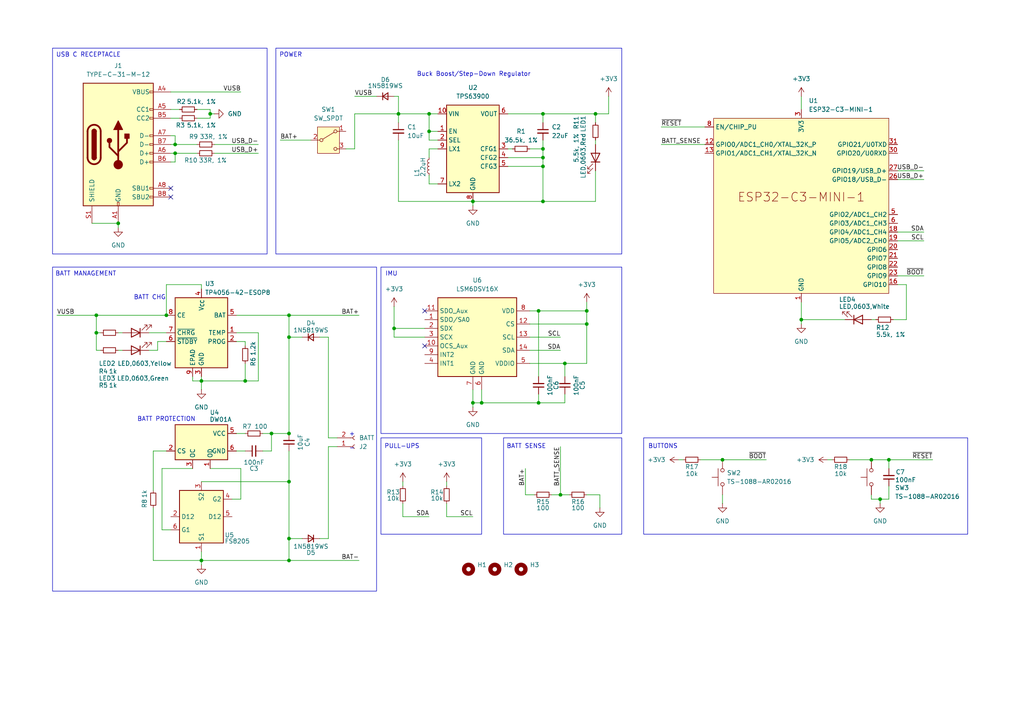
<source format=kicad_sch>
(kicad_sch (version 20250114) (generator "eeschema") (generator_version "9.0")
  (paper "A4")
  (lib_symbols
    (symbol "Battery_Management:DW01A"
      (property "Reference" "U" (at -6.604 6.35 0))
      (property "Value" "DW01A" (at 4.318 6.604 0))
      (symbol "DW01A_0_1"
        (pin power_in line (at -10.16 2.54 0) (length 2.54) (name "VCC") (number "5"))
        (pin power_in line (at -10.16 -2.54 0) (length 2.54) (name "GND") (number "6"))
        (pin output line (at -2.54 -7.62 90) (length 2.54) (name "OD") (number "1"))
        (pin output line (at 2.54 -7.62 90) (length 2.54) (name "OC") (number "3"))
        (pin input line (at 10.16 -2.54 180) (length 2.54) (name "CS") (number "2"))
      )
      (symbol "DW01A_1_1"
        (rectangle (start -7.62 5.08) (end 7.62 -5.08) (stroke (width 0.254)) (fill (type background)))
        (pin no_connect line (at 10.16 2.54 180) (length 2.54) (hide yes) (name "TD") (number "4"))
      )
    )
    (symbol "Battery_Management:TP4056-42-ESOP8"
      (property "Reference" "U" (at -6.604 11.684 0))
      (property "Value" "TP4056-42-ESOP8" (at 10.16 11.684 0))
      (symbol "TP4056-42-ESOP8_1_0"
        (pin input line (at -10.16 5.08 0) (length 2.54) (name "CE") (number "8"))
        (pin open_collector line (at -10.16 0 0) (length 2.54) (name "~{CHRG}") (number "7"))
        (pin open_collector line (at -10.16 -2.54 0) (length 2.54) (name "~{STDBY}") (number "6"))
        (pin passive line (at -2.54 -12.7 90) (length 2.54) (name "EPAD") (number "9"))
        (pin power_in line (at 0 12.7 270) (length 2.54) (name "V_{CC}") (number "4"))
        (pin power_in line (at 0 -12.7 90) (length 2.54) (name "GND") (number "3"))
        (pin power_out line (at 10.16 5.08 180) (length 2.54) (name "BAT") (number "5"))
        (pin input line (at 10.16 0 180) (length 2.54) (name "TEMP") (number "1"))
        (pin passive line (at 10.16 -2.54 180) (length 2.54) (name "PROG") (number "2"))
      )
      (symbol "TP4056-42-ESOP8_1_1"
        (rectangle (start -7.62 10.16) (end 7.62 -10.16) (stroke (width 0.254)) (fill (type background)))
      )
    )
    (symbol "Connector:Conn_01x02_Socket" (pin_names (offset 1.016) (hide yes))
      (property "Reference" "J" (at 0 2.54 0))
      (property "Value" "Conn_01x02_Socket" (at 0 -5.08 0))
      (symbol "Conn_01x02_Socket_1_1"
        (polyline (pts (xy -1.27 0) (xy -0.508 0)) (stroke (width 0.1524)))
        (polyline (pts (xy -1.27 -2.54) (xy -0.508 -2.54)) (stroke (width 0.1524)))
        (arc (start 0 -0.508) (mid -0.5058 0) (end 0 0.508) (stroke (width 0.1524)))
        (arc (start 0 -3.048) (mid -0.5058 -2.54) (end 0 -2.032) (stroke (width 0.1524)))
        (pin passive line (at -5.08 0 0) (length 3.81) (name "Pin_1") (number "1"))
        (pin passive line (at -5.08 -2.54 0) (length 3.81) (name "Pin_2") (number "2"))
      )
    )
    (symbol "Connector:USB_C_Receptacle_USB2.0_16P" (pin_names (offset 1.016))
      (property "Reference" "J" (at 0 22.225 0))
      (property "Value" "USB_C_Receptacle_USB2.0_16P" (at 0 19.685 0))
      (symbol "USB_C_Receptacle_USB2.0_16P_0_0"
        (rectangle (start -0.254 -17.78) (end 0.254 -16.764))
        (rectangle (start 10.16 15.494) (end 9.144 14.986))
        (rectangle (start 10.16 10.414) (end 9.144 9.906))
        (rectangle (start 10.16 7.874) (end 9.144 7.366))
        (rectangle (start 10.16 2.794) (end 9.144 2.286))
        (rectangle (start 10.16 0.254) (end 9.144 -0.254))
        (rectangle (start 10.16 -2.286) (end 9.144 -2.794))
        (rectangle (start 10.16 -4.826) (end 9.144 -5.334))
        (rectangle (start 10.16 -12.446) (end 9.144 -12.954))
        (rectangle (start 10.16 -14.986) (end 9.144 -15.494))
      )
      (symbol "USB_C_Receptacle_USB2.0_16P_0_1"
        (rectangle (start -10.16 17.78) (end 10.16 -17.78) (stroke (width 0.254)) (fill (type background)))
        (polyline (pts (xy -8.89 -3.81) (xy -8.89 3.81)) (stroke (width 0.508)))
        (rectangle (start -7.62 -3.81) (end -6.35 3.81) (stroke (width 0.254)) (fill (type outline)))
        (arc (start -7.62 3.81) (mid -6.985 4.4423) (end -6.35 3.81) (stroke (width 0.254)))
        (arc (start -7.62 3.81) (mid -6.985 4.4423) (end -6.35 3.81) (stroke (width 0.254)) (fill (type outline)))
        (arc (start -8.89 3.81) (mid -6.985 5.7067) (end -5.08 3.81) (stroke (width 0.508)))
        (arc (start -5.08 -3.81) (mid -6.985 -5.7067) (end -8.89 -3.81) (stroke (width 0.508)))
        (arc (start -6.35 -3.81) (mid -6.985 -4.4423) (end -7.62 -3.81) (stroke (width 0.254)))
        (arc (start -6.35 -3.81) (mid -6.985 -4.4423) (end -7.62 -3.81) (stroke (width 0.254)) (fill (type outline)))
        (polyline (pts (xy -5.08 3.81) (xy -5.08 -3.81)) (stroke (width 0.508)))
        (circle (center -2.54 1.143) (radius 0.635) (stroke (width 0.254)) (fill (type outline)))
        (polyline (pts (xy -1.27 4.318) (xy 0 6.858) (xy 1.27 4.318) (xy -1.27 4.318)) (stroke (width 0.254)) (fill (type outline)))
        (polyline (pts (xy 0 -2.032) (xy 2.54 0.508) (xy 2.54 1.778)) (stroke (width 0.508)))
        (polyline (pts (xy 0 -3.302) (xy -2.54 -0.762) (xy -2.54 0.508)) (stroke (width 0.508)))
        (polyline (pts (xy 0 -5.842) (xy 0 4.318)) (stroke (width 0.508)))
        (circle (center 0 -5.842) (radius 1.27) (fill (type outline)))
        (rectangle (start 1.905 1.778) (end 3.175 3.048) (stroke (width 0.254)) (fill (type outline)))
      )
      (symbol "USB_C_Receptacle_USB2.0_16P_1_1"
        (pin passive line (at -7.62 -22.86 90) (length 5.08) (name "SHIELD") (number "S1"))
        (pin passive line (at 0 -22.86 90) (length 5.08) (name "GND") (number "A1"))
        (pin passive line (at 0 -22.86 90) (length 5.08) (hide yes) (name "GND") (number "A12"))
        (pin passive line (at 0 -22.86 90) (length 5.08) (hide yes) (name "GND") (number "B1"))
        (pin passive line (at 0 -22.86 90) (length 5.08) (hide yes) (name "GND") (number "B12"))
        (pin passive line (at 15.24 15.24 180) (length 5.08) (name "VBUS") (number "A4"))
        (pin passive line (at 15.24 15.24 180) (length 5.08) (hide yes) (name "VBUS") (number "A9"))
        (pin passive line (at 15.24 15.24 180) (length 5.08) (hide yes) (name "VBUS") (number "B4"))
        (pin passive line (at 15.24 15.24 180) (length 5.08) (hide yes) (name "VBUS") (number "B9"))
        (pin bidirectional line (at 15.24 10.16 180) (length 5.08) (name "CC1") (number "A5"))
        (pin bidirectional line (at 15.24 7.62 180) (length 5.08) (name "CC2") (number "B5"))
        (pin bidirectional line (at 15.24 2.54 180) (length 5.08) (name "D-") (number "A7"))
        (pin bidirectional line (at 15.24 0 180) (length 5.08) (name "D-") (number "B7"))
        (pin bidirectional line (at 15.24 -2.54 180) (length 5.08) (name "D+") (number "A6"))
        (pin bidirectional line (at 15.24 -5.08 180) (length 5.08) (name "D+") (number "B6"))
        (pin bidirectional line (at 15.24 -12.7 180) (length 5.08) (name "SBU1") (number "A8"))
        (pin bidirectional line (at 15.24 -15.24 180) (length 5.08) (name "SBU2") (number "B8"))
      )
    )
    (symbol "Device:C_Small" (pin_numbers (hide yes)) (pin_names (offset 0.254) (hide yes))
      (property "Reference" "C" (at 0.254 1.778 0))
      (property "Value" "C_Small" (at 0.254 -2.032 0))
      (symbol "C_Small_0_1"
        (polyline (pts (xy -1.524 0.508) (xy 1.524 0.508)) (stroke (width 0.3048)))
        (polyline (pts (xy -1.524 -0.508) (xy 1.524 -0.508)) (stroke (width 0.3302)))
      )
      (symbol "C_Small_1_1"
        (pin passive line (at 0 2.54 270) (length 2.032) (name "~") (number "1"))
        (pin passive line (at 0 -2.54 90) (length 2.032) (name "~") (number "2"))
      )
    )
    (symbol "Device:D_Small" (pin_numbers (hide yes)) (pin_names (offset 0.254) (hide yes))
      (property "Reference" "D" (at -1.27 2.032 0))
      (property "Value" "D_Small" (at -3.81 -2.032 0))
      (symbol "D_Small_0_1"
        (polyline (pts (xy -0.762 0) (xy 0.762 0)))
        (polyline (pts (xy -0.762 -1.016) (xy -0.762 1.016)) (stroke (width 0.254)))
        (polyline (pts (xy 0.762 -1.016) (xy -0.762 0) (xy 0.762 1.016) (xy 0.762 -1.016)) (stroke (width 0.254)))
      )
      (symbol "D_Small_1_1"
        (pin passive line (at -2.54 0 0) (length 1.778) (name "K") (number "1"))
        (pin passive line (at 2.54 0 180) (length 1.778) (name "A") (number "2"))
      )
    )
    (symbol "Device:LED" (pin_numbers (hide yes)) (pin_names (offset 1.016) (hide yes))
      (property "Reference" "D" (at 0 2.54 0))
      (property "Value" "LED" (at 0 -2.54 0))
      (symbol "LED_0_1"
        (polyline (pts (xy -3.048 -0.762) (xy -4.572 -2.286) (xy -3.81 -2.286) (xy -4.572 -2.286) (xy -4.572 -1.524)))
        (polyline (pts (xy -1.778 -0.762) (xy -3.302 -2.286) (xy -2.54 -2.286) (xy -3.302 -2.286) (xy -3.302 -1.524)))
        (polyline (pts (xy -1.27 0) (xy 1.27 0)))
        (polyline (pts (xy -1.27 -1.27) (xy -1.27 1.27)) (stroke (width 0.254)))
        (polyline (pts (xy 1.27 -1.27) (xy 1.27 1.27) (xy -1.27 0) (xy 1.27 -1.27)) (stroke (width 0.254)))
      )
      (symbol "LED_1_1"
        (pin passive line (at -3.81 0 0) (length 2.54) (name "K") (number "1"))
        (pin passive line (at 3.81 0 180) (length 2.54) (name "A") (number "2"))
      )
    )
    (symbol "Device:L_Small" (pin_numbers (hide yes)) (pin_names (offset 0.254) (hide yes))
      (property "Reference" "L" (at 0.762 1.016 0))
      (property "Value" "L_Small" (at 0.762 -1.016 0))
      (symbol "L_Small_0_1"
        (arc (start 0 2.032) (mid 0.5058 1.524) (end 0 1.016))
        (arc (start 0 1.016) (mid 0.5058 0.508) (end 0 0))
        (arc (start 0 0) (mid 0.5058 -0.508) (end 0 -1.016))
        (arc (start 0 -1.016) (mid 0.5058 -1.524) (end 0 -2.032))
      )
      (symbol "L_Small_1_1"
        (pin passive line (at 0 2.54 270) (length 0.508) (name "~") (number "1"))
        (pin passive line (at 0 -2.54 90) (length 0.508) (name "~") (number "2"))
      )
    )
    (symbol "Device:R_Small" (pin_numbers (hide yes)) (pin_names (offset 0.254) (hide yes))
      (property "Reference" "R" (at 0.762 0.508 0))
      (property "Value" "R_Small" (at 0.762 -1.016 0))
      (symbol "R_Small_0_1"
        (rectangle (start -0.762 1.778) (end 0.762 -1.778) (stroke (width 0.2032)))
      )
      (symbol "R_Small_1_1"
        (pin passive line (at 0 2.54 270) (length 0.762) (name "~") (number "1"))
        (pin passive line (at 0 -2.54 90) (length 0.762) (name "~") (number "2"))
      )
    )
    (symbol "Espressif:ESP32-C3-MINI-1"
      (property "Reference" "U" (at -25.4 30.48 0))
      (property "Value" "ESP32-C3-MINI-1" (at -25.4 27.94 0))
      (symbol "ESP32-C3-MINI-1_0_0"
        (text "ESP32-C3-MINI-1" (at 0 2.54 0) (effects (font (size 2.54 2.54))))
      )
      (symbol "ESP32-C3-MINI-1_0_1"
        (rectangle (start -25.4 25.4) (end 25.4 -25.4) (fill (type background)))
      )
      (symbol "ESP32-C3-MINI-1_1_1"
        (pin input line (at -27.94 22.86 0) (length 2.54) (name "EN/CHIP_PU") (number "8"))
        (pin bidirectional line (at -27.94 17.78 0) (length 2.54) (name "GPIO0/ADC1_CH0/XTAL_32K_P") (number "12"))
        (pin bidirectional line (at -27.94 15.24 0) (length 2.54) (name "GPIO1/ADC1_CH1/XTAL_32K_N") (number "13"))
        (pin no_connect line (at -25.4 10.16 0) (length 2.54) (hide yes) (name "NC") (number "4"))
        (pin no_connect line (at -25.4 7.62 0) (length 2.54) (hide yes) (name "NC") (number "7"))
        (pin no_connect line (at -25.4 5.08 0) (length 2.54) (hide yes) (name "NC") (number "9"))
        (pin no_connect line (at -25.4 2.54 0) (length 2.54) (hide yes) (name "NC") (number "10"))
        (pin no_connect line (at -25.4 0 0) (length 2.54) (hide yes) (name "NC") (number "15"))
        (pin no_connect line (at -25.4 -2.54 0) (length 2.54) (hide yes) (name "NC") (number "17"))
        (pin no_connect line (at -25.4 -5.08 0) (length 2.54) (hide yes) (name "NC") (number "24"))
        (pin no_connect line (at -25.4 -7.62 0) (length 2.54) (hide yes) (name "NC") (number "25"))
        (pin no_connect line (at -25.4 -10.16 0) (length 2.54) (hide yes) (name "NC") (number "28"))
        (pin no_connect line (at -25.4 -12.7 0) (length 2.54) (hide yes) (name "NC") (number "29"))
        (pin no_connect line (at -25.4 -15.24 0) (length 2.54) (hide yes) (name "NC") (number "32"))
        (pin no_connect line (at -25.4 -17.78 0) (length 2.54) (hide yes) (name "NC") (number "33"))
        (pin no_connect line (at -25.4 -20.32 0) (length 2.54) (hide yes) (name "NC") (number "34"))
        (pin no_connect line (at -25.4 -22.86 0) (length 2.54) (hide yes) (name "NC") (number "35"))
        (pin power_in line (at 0 27.94 270) (length 2.54) (name "3V3") (number "3"))
        (pin power_in line (at 0 -27.94 90) (length 2.54) (name "GND") (number "1"))
        (pin passive line (at 0 -27.94 90) (length 2.54) (hide yes) (name "GND") (number "11"))
        (pin passive line (at 0 -27.94 90) (length 2.54) (hide yes) (name "GND") (number "14"))
        (pin passive line (at 0 -27.94 90) (length 2.54) (hide yes) (name "GND") (number "2"))
        (pin passive line (at 0 -27.94 90) (length 2.54) (hide yes) (name "GND") (number "36"))
        (pin passive line (at 0 -27.94 90) (length 2.54) (hide yes) (name "GND") (number "37"))
        (pin passive line (at 0 -27.94 90) (length 2.54) (hide yes) (name "GND") (number "38"))
        (pin passive line (at 0 -27.94 90) (length 2.54) (hide yes) (name "GND") (number "39"))
        (pin passive line (at 0 -27.94 90) (length 2.54) (hide yes) (name "GND") (number "40"))
        (pin passive line (at 0 -27.94 90) (length 2.54) (hide yes) (name "GND") (number "41"))
        (pin passive line (at 0 -27.94 90) (length 2.54) (hide yes) (name "GND") (number "42"))
        (pin passive line (at 0 -27.94 90) (length 2.54) (hide yes) (name "GND") (number "43"))
        (pin passive line (at 0 -27.94 90) (length 2.54) (hide yes) (name "GND") (number "44"))
        (pin passive line (at 0 -27.94 90) (length 2.54) (hide yes) (name "GND") (number "45"))
        (pin passive line (at 0 -27.94 90) (length 2.54) (hide yes) (name "GND") (number "46"))
        (pin passive line (at 0 -27.94 90) (length 2.54) (hide yes) (name "GND") (number "47"))
        (pin passive line (at 0 -27.94 90) (length 2.54) (hide yes) (name "GND") (number "48"))
        (pin passive line (at 0 -27.94 90) (length 2.54) (hide yes) (name "GND") (number "49"))
        (pin passive line (at 0 -27.94 90) (length 2.54) (hide yes) (name "GND") (number "50"))
        (pin passive line (at 0 -27.94 90) (length 2.54) (hide yes) (name "GND") (number "51"))
        (pin passive line (at 0 -27.94 90) (length 2.54) (hide yes) (name "GND") (number "52"))
        (pin passive line (at 0 -27.94 90) (length 2.54) (hide yes) (name "GND") (number "53"))
        (pin bidirectional line (at 27.94 17.78 180) (length 2.54) (name "GPIO21/U0TXD") (number "31"))
        (pin bidirectional line (at 27.94 15.24 180) (length 2.54) (name "GPIO20/U0RXD") (number "30"))
        (pin bidirectional line (at 27.94 10.16 180) (length 2.54) (name "GPIO19/USB_D+") (number "27"))
        (pin bidirectional line (at 27.94 7.62 180) (length 2.54) (name "GPIO18/USB_D-") (number "26"))
        (pin bidirectional line (at 27.94 -2.54 180) (length 2.54) (name "GPIO2/ADC1_CH2") (number "5"))
        (pin bidirectional line (at 27.94 -5.08 180) (length 2.54) (name "GPIO3/ADC1_CH3") (number "6"))
        (pin bidirectional line (at 27.94 -7.62 180) (length 2.54) (name "GPIO4/ADC1_CH4") (number "18"))
        (pin bidirectional line (at 27.94 -10.16 180) (length 2.54) (name "GPIO5/ADC2_CH0") (number "19"))
        (pin bidirectional line (at 27.94 -12.7 180) (length 2.54) (name "GPIO6") (number "20"))
        (pin bidirectional line (at 27.94 -15.24 180) (length 2.54) (name "GPIO7") (number "21"))
        (pin bidirectional line (at 27.94 -17.78 180) (length 2.54) (name "GPIO8") (number "22"))
        (pin bidirectional line (at 27.94 -20.32 180) (length 2.54) (name "GPIO9") (number "23"))
        (pin bidirectional line (at 27.94 -22.86 180) (length 2.54) (name "GPIO10") (number "16"))
      )
    )
    (symbol "Mechanical:MountingHole" (pin_names (offset 1.016)) (exclude_from_sim yes) (in_bom no)
      (property "Reference" "H" (at 0 5.08 0))
      (property "Value" "MountingHole" (at 0 3.175 0))
      (symbol "MountingHole_0_1"
        (circle (center 0 0) (radius 1.27) (stroke (width 1.27)))
      )
    )
    (symbol "Regulator_Switching:TPS63900"
      (property "Reference" "U" (at -7.62 13.97 0))
      (property "Value" "TPS63900" (at 5.08 13.97 0))
      (symbol "TPS63900_0_1"
        (rectangle (start -7.62 12.7) (end 7.62 -12.7) (stroke (width 0.254)) (fill (type background)))
      )
      (symbol "TPS63900_1_1"
        (pin power_in line (at -10.16 10.16 0) (length 2.54) (name "VIN") (number "10"))
        (pin input line (at -10.16 5.08 0) (length 2.54) (name "EN") (number "1"))
        (pin input line (at -10.16 2.54 0) (length 2.54) (name "SEL") (number "2"))
        (pin input line (at -10.16 0 0) (length 2.54) (name "LX1") (number "9"))
        (pin input line (at -10.16 -10.16 0) (length 2.54) (name "LX2") (number "7"))
        (pin passive line (at 0 -15.24 90) (length 2.54) (hide yes) (name "GND") (number "11"))
        (pin power_in line (at 0 -15.24 90) (length 2.54) (name "GND") (number "8"))
        (pin power_out line (at 10.16 10.16 180) (length 2.54) (name "VOUT") (number "6"))
        (pin input line (at 10.16 0 180) (length 2.54) (name "CFG1") (number "3"))
        (pin input line (at 10.16 -2.54 180) (length 2.54) (name "CFG2") (number "4"))
        (pin input line (at 10.16 -5.08 180) (length 2.54) (name "CFG3") (number "5"))
      )
    )
    (symbol "Switch:SW_Push" (pin_numbers (hide yes)) (pin_names (offset 1.016) (hide yes))
      (property "Reference" "SW" (at 1.27 2.54 0))
      (property "Value" "SW_Push" (at 0 -1.524 0))
      (symbol "SW_Push_0_1"
        (circle (center -2.032 0) (radius 0.508))
        (polyline (pts (xy 0 1.27) (xy 0 3.048)))
        (circle (center 2.032 0) (radius 0.508))
        (polyline (pts (xy 2.54 1.27) (xy -2.54 1.27)))
        (pin passive line (at -5.08 0 0) (length 2.54) (name "1") (number "1"))
        (pin passive line (at 5.08 0 180) (length 2.54) (name "2") (number "2"))
      )
    )
    (symbol "Switch:SW_SPDT" (pin_names (offset 0) (hide yes))
      (property "Reference" "SW" (at 0 5.08 0))
      (property "Value" "SW_SPDT" (at 0 -5.08 0))
      (symbol "SW_SPDT_0_1"
        (circle (center -2.032 0) (radius 0.4572))
        (polyline (pts (xy -1.651 0.254) (xy 1.651 2.286)))
        (circle (center 2.032 2.54) (radius 0.4572))
        (circle (center 2.032 -2.54) (radius 0.4572))
      )
      (symbol "SW_SPDT_1_1"
        (rectangle (start -3.175 3.81) (end 3.175 -3.81) (fill (type background)))
        (pin passive line (at -5.08 0 0) (length 2.54) (name "B") (number "2"))
        (pin passive line (at 5.08 2.54 180) (length 2.54) (name "A") (number "1"))
        (pin passive line (at 5.08 -2.54 180) (length 2.54) (name "C") (number "3"))
      )
    )
    (symbol "hotdoggu_smolSlimeVR:FS8205"
      (property "Reference" "U" (at -7.62 8.89 0))
      (property "Value" "FS8205" (at -3.556 1.27 0))
      (symbol "FS8205_0_1"
        (rectangle (start -7.62 7.62) (end 7.62 -5.08) (stroke (width 0.254)) (fill (type background)))
      )
      (symbol "FS8205_1_1"
        (pin power_in line (at -10.16 1.27 0) (length 2.54) (name "S1") (number "1"))
        (pin input line (at -3.81 10.16 270) (length 2.54) (name "G1") (number "6"))
        (pin power_out line (at 0 10.16 270) (length 2.54) (name "D12") (number "2"))
        (pin power_out line (at 0 -7.62 90) (length 2.54) (name "D12") (number "5"))
        (pin input line (at 5.08 -7.62 90) (length 2.54) (name "G2") (number "4"))
        (pin power_in line (at 10.16 1.27 180) (length 2.54) (name "S2") (number "3"))
      )
    )
    (symbol "hotdoggu_smolSlimeVR:LSM6DSV16X"
      (property "Reference" "U" (at -11.43 15.24 0))
      (property "Value" "LSM6DSV16X" (at -11.43 12.7 0))
      (symbol "LSM6DSV16X_0_1"
        (rectangle (start -11.43 11.43) (end 11.43 -11.43) (stroke (width 0.254)) (fill (type background)))
      )
      (symbol "LSM6DSV16X_1_1"
        (pin bidirectional line (at -15.24 7.62 0) (length 3.81) (name "SDO_Aux") (number "11"))
        (pin bidirectional line (at -15.24 5.08 0) (length 3.81) (name "SDO/SA0") (number "1"))
        (pin bidirectional line (at -15.24 2.54 0) (length 3.81) (name "SDX") (number "2"))
        (pin input line (at -15.24 0 0) (length 3.81) (name "SCX") (number "3"))
        (pin passive line (at -15.24 -2.54 0) (length 3.81) (name "OCS_Aux") (number "10"))
        (pin output line (at -15.24 -5.08 0) (length 3.81) (name "INT2") (number "9"))
        (pin output line (at -15.24 -7.62 0) (length 3.81) (name "INT1") (number "4"))
        (pin passive line (at -1.27 -15.24 90) (length 3.81) (name "GND") (number "7"))
        (pin power_in line (at 1.27 -15.24 90) (length 3.81) (name "GND") (number "6"))
        (pin power_in line (at 15.24 7.62 180) (length 3.81) (name "VDD") (number "8"))
        (pin input line (at 15.24 3.81 180) (length 3.81) (name "CS") (number "12"))
        (pin input line (at 15.24 0 180) (length 3.81) (name "SCL") (number "13"))
        (pin bidirectional line (at 15.24 -3.81 180) (length 3.81) (name "SDA") (number "14"))
        (pin power_in line (at 15.24 -7.62 180) (length 3.81) (name "VDDIO") (number "5"))
      )
    )
    (symbol "power:+3V3" (power) (pin_numbers (hide yes)) (pin_names (offset 0) (hide yes))
      (property "Value" "+3V3" (at 0 3.556 0))
      (symbol "+3V3_0_1"
        (polyline (pts (xy -0.762 1.27) (xy 0 2.54)))
        (polyline (pts (xy 0 2.54) (xy 0.762 1.27)))
        (polyline (pts (xy 0 0) (xy 0 2.54)))
      )
      (symbol "+3V3_1_1"
        (pin power_in line (at 0 0 90) (length 0) (name "~") (number "1"))
      )
    )
    (symbol "power:GND" (power) (pin_numbers (hide yes)) (pin_names (offset 0) (hide yes))
      (property "Value" "GND" (at 0 -3.81 0))
      (symbol "GND_0_1"
        (polyline (pts (xy 0 0) (xy 0 -1.27) (xy 1.27 -1.27) (xy 0 -2.54) (xy -1.27 -1.27) (xy 0 -1.27)))
      )
      (symbol "GND_1_1"
        (pin power_in line (at 0 0 270) (length 0) (name "~") (number "1"))
      )
    )
  )
  (rectangle (start 80.01 13.97) (end 180.34 73.66))
  (rectangle (start 186.69 127) (end 280.67 154.94))
  (rectangle (start 15.24 13.97) (end 77.47 73.66))
  (rectangle (start 110.49 77.47) (end 180.34 125.73))
  (rectangle (start 15.24 77.47) (end 109.22 171.45))
  (rectangle (start 110.49 127) (end 139.7 154.94))
  (rectangle (start 146.05 127) (end 180.34 154.94))
  (text "BATT PROTECTION" (at 48.26 121.666 0) (effects (font (size 1.27 1.27))))
  (text "USB C RECEPTACLE" (at 25.654 16.002 0) (effects (font (size 1.27 1.27))))
  (text "BATT CHG\n" (at 43.434 86.36 0) (effects (font (size 1.27 1.27))))
  (text "IMU" (at 113.538 79.502 0) (effects (font (size 1.27 1.27))))
  (text "POWER" (at 84.328 16.002 0) (effects (font (size 1.27 1.27))))
  (text "BUTTONS" (at 192.278 129.54 0) (effects (font (size 1.27 1.27))))
  (text "PULL-UPS" (at 116.586 129.54 0) (effects (font (size 1.27 1.27))))
  (text "Buck Boost/Step-Down Regulator" (at 137.414 21.59 0) (effects (font (size 1.27 1.27))))
  (text "+\n\n-" (at 102.108 128.016 0) (effects (font (size 1.27 1.27))))
  (text "BATT MANAGEMENT" (at 24.892 79.502 0) (effects (font (size 1.27 1.27))))
  (text "BATT SENSE" (at 152.654 129.54 0) (effects (font (size 1.27 1.27))))
  (junction (at 50.8 41.91))
  (junction (at 139.7 116.84))
  (junction (at 170.18 93.98))
  (junction (at 34.29 64.77))
  (junction (at 83.82 156.21))
  (junction (at 83.82 125.73))
  (junction (at 83.82 139.7))
  (junction (at 27.94 91.44))
  (junction (at 83.82 97.79))
  (junction (at 58.42 162.56))
  (junction (at 71.12 110.49))
  (junction (at 157.48 48.26))
  (junction (at 209.55 133.35))
  (junction (at 124.46 38.1))
  (junction (at 170.18 90.17))
  (junction (at 156.21 116.84))
  (junction (at 137.16 116.84))
  (junction (at 50.8 44.45))
  (junction (at 157.48 58.42))
  (junction (at 124.46 33.02))
  (junction (at 257.81 133.35))
  (junction (at 83.82 162.56))
  (junction (at 78.74 125.73))
  (junction (at 157.48 45.72))
  (junction (at 252.73 133.35))
  (junction (at 137.16 58.42))
  (junction (at 114.3 95.25))
  (junction (at 232.41 92.71))
  (junction (at 83.82 91.44))
  (junction (at 60.96 33.02))
  (junction (at 255.27 144.78))
  (junction (at 58.42 110.49))
  (junction (at 157.48 43.18))
  (junction (at 157.48 33.02))
  (junction (at 48.26 91.44))
  (junction (at 163.83 105.41))
  (junction (at 172.72 33.02))
  (junction (at 115.57 33.02))
  (junction (at 27.94 96.52))
  (junction (at 162.56 143.51))
  (junction (at 156.21 90.17))
  (no_connect (at 123.19 100.33))
  (no_connect (at 123.19 90.17))
  (no_connect (at 49.53 57.15))
  (no_connect (at 49.53 54.61))
  (wire (pts (xy 68.58 99.06) (xy 71.12 99.06)))
  (wire (pts (xy 153.67 43.18) (xy 157.48 43.18)))
  (wire (pts (xy 115.57 58.42) (xy 137.16 58.42)))
  (wire (pts (xy 162.56 97.79) (xy 153.67 97.79)))
  (wire (pts (xy 16.51 91.44) (xy 27.94 91.44)))
  (wire (pts (xy 34.29 96.52) (xy 35.56 96.52)))
  (wire (pts (xy 153.67 105.41) (xy 163.83 105.41)))
  (wire (pts (xy 157.48 33.02) (xy 172.72 33.02)))
  (wire (pts (xy 129.54 139.7) (xy 129.54 140.97)))
  (wire (pts (xy 162.56 101.6) (xy 153.67 101.6)))
  (wire (pts (xy 49.53 44.45) (xy 50.8 44.45)))
  (wire (pts (xy 137.16 149.86) (xy 129.54 149.86)))
  (wire (pts (xy 45.72 99.06) (xy 48.26 99.06)))
  (wire (pts (xy 170.18 93.98) (xy 170.18 105.41)))
  (wire (pts (xy 137.16 113.03) (xy 137.16 116.84)))
  (wire (pts (xy 163.83 116.84) (xy 163.83 114.3)))
  (wire (pts (xy 71.12 110.49) (xy 74.93 110.49)))
  (wire (pts (xy 76.2 130.81) (xy 78.74 130.81)))
  (wire (pts (xy 71.12 105.41) (xy 71.12 110.49)))
  (wire (pts (xy 116.84 139.7) (xy 116.84 140.97)))
  (wire (pts (xy 44.45 130.81) (xy 44.45 142.24)))
  (wire (pts (xy 50.8 44.45) (xy 57.15 44.45)))
  (wire (pts (xy 156.21 90.17) (xy 156.21 109.22)))
  (wire (pts (xy 260.35 67.31) (xy 267.97 67.31)))
  (wire (pts (xy 57.15 31.75) (xy 60.96 31.75)))
  (wire (pts (xy 50.8 44.45) (xy 50.8 46.99)))
  (wire (pts (xy 115.57 33.02) (xy 115.57 35.56)))
  (wire (pts (xy 60.96 135.89) (xy 69.85 135.89)))
  (wire (pts (xy 162.56 143.51) (xy 165.1 143.51)))
  (wire (pts (xy 156.21 116.84) (xy 156.21 114.3)))
  (wire (pts (xy 71.12 110.49) (xy 58.42 110.49)))
  (wire (pts (xy 83.82 156.21) (xy 83.82 162.56)))
  (wire (pts (xy 173.99 147.32) (xy 173.99 143.51)))
  (wire (pts (xy 260.35 69.85) (xy 267.97 69.85)))
  (wire (pts (xy 124.46 43.18) (xy 127 43.18)))
  (wire (pts (xy 255.27 144.78) (xy 257.81 144.78)))
  (wire (pts (xy 137.16 116.84) (xy 139.7 116.84)))
  (wire (pts (xy 50.8 41.91) (xy 57.15 41.91)))
  (wire (pts (xy 50.8 46.99) (xy 49.53 46.99)))
  (wire (pts (xy 252.73 92.71) (xy 254 92.71)))
  (wire (pts (xy 147.32 33.02) (xy 157.48 33.02)))
  (wire (pts (xy 104.14 162.56) (xy 83.82 162.56)))
  (wire (pts (xy 55.88 110.49) (xy 58.42 110.49)))
  (wire (pts (xy 260.35 52.07) (xy 267.97 52.07)))
  (wire (pts (xy 58.42 82.55) (xy 48.26 82.55)))
  (wire (pts (xy 69.85 135.89) (xy 69.85 144.78)))
  (wire (pts (xy 252.73 144.78) (xy 252.73 143.51)))
  (wire (pts (xy 147.32 45.72) (xy 157.48 45.72)))
  (wire (pts (xy 170.18 90.17) (xy 170.18 93.98)))
  (wire (pts (xy 147.32 48.26) (xy 157.48 48.26)))
  (wire (pts (xy 232.41 87.63) (xy 232.41 92.71)))
  (wire (pts (xy 124.46 53.34) (xy 127 53.34)))
  (wire (pts (xy 252.73 133.35) (xy 257.81 133.35)))
  (wire (pts (xy 137.16 116.84) (xy 137.16 118.11)))
  (wire (pts (xy 124.46 149.86) (xy 116.84 149.86)))
  (wire (pts (xy 124.46 33.02) (xy 124.46 38.1)))
  (wire (pts (xy 232.41 27.94) (xy 232.41 31.75)))
  (wire (pts (xy 191.77 36.83) (xy 204.47 36.83)))
  (wire (pts (xy 157.48 33.02) (xy 157.48 35.56)))
  (wire (pts (xy 115.57 33.02) (xy 124.46 33.02)))
  (wire (pts (xy 83.82 156.21) (xy 87.63 156.21)))
  (wire (pts (xy 92.71 156.21) (xy 95.25 156.21)))
  (wire (pts (xy 116.84 149.86) (xy 116.84 146.05)))
  (wire (pts (xy 123.19 97.79) (xy 114.3 97.79)))
  (wire (pts (xy 260.35 80.01) (xy 267.97 80.01)))
  (wire (pts (xy 71.12 99.06) (xy 71.12 100.33)))
  (wire (pts (xy 34.29 101.6) (xy 35.56 101.6)))
  (wire (pts (xy 257.81 133.35) (xy 270.51 133.35)))
  (wire (pts (xy 68.58 125.73) (xy 71.12 125.73)))
  (wire (pts (xy 196.85 133.35) (xy 198.12 133.35)))
  (wire (pts (xy 81.28 40.64) (xy 90.17 40.64)))
  (wire (pts (xy 191.77 41.91) (xy 204.47 41.91)))
  (wire (pts (xy 124.46 38.1) (xy 124.46 40.64)))
  (wire (pts (xy 78.74 125.73) (xy 83.82 125.73)))
  (wire (pts (xy 83.82 97.79) (xy 83.82 125.73)))
  (wire (pts (xy 157.48 43.18) (xy 157.48 45.72)))
  (wire (pts (xy 104.14 91.44) (xy 83.82 91.44)))
  (wire (pts (xy 60.96 31.75) (xy 60.96 33.02)))
  (wire (pts (xy 92.71 97.79) (xy 95.25 97.79)))
  (wire (pts (xy 58.42 162.56) (xy 83.82 162.56)))
  (wire (pts (xy 44.45 130.81) (xy 48.26 130.81)))
  (wire (pts (xy 45.72 99.06) (xy 45.72 101.6)))
  (wire (pts (xy 27.94 91.44) (xy 48.26 91.44)))
  (wire (pts (xy 58.42 110.49) (xy 58.42 109.22)))
  (wire (pts (xy 46.99 135.89) (xy 55.88 135.89)))
  (wire (pts (xy 48.26 82.55) (xy 48.26 91.44)))
  (wire (pts (xy 260.35 49.53) (xy 267.97 49.53)))
  (wire (pts (xy 262.89 92.71) (xy 259.08 92.71)))
  (wire (pts (xy 170.18 105.41) (xy 163.83 105.41)))
  (wire (pts (xy 172.72 58.42) (xy 157.48 58.42)))
  (wire (pts (xy 163.83 105.41) (xy 163.83 109.22)))
  (wire (pts (xy 157.48 48.26) (xy 157.48 58.42)))
  (wire (pts (xy 124.46 45.72) (xy 124.46 43.18)))
  (wire (pts (xy 160.02 143.51) (xy 162.56 143.51)))
  (wire (pts (xy 172.72 33.02) (xy 176.53 33.02)))
  (wire (pts (xy 46.99 153.67) (xy 49.53 153.67)))
  (wire (pts (xy 50.8 39.37) (xy 50.8 41.91)))
  (wire (pts (xy 74.93 96.52) (xy 74.93 110.49)))
  (wire (pts (xy 245.11 92.71) (xy 232.41 92.71)))
  (wire (pts (xy 124.46 38.1) (xy 127 38.1)))
  (wire (pts (xy 257.81 133.35) (xy 257.81 135.89)))
  (wire (pts (xy 172.72 33.02) (xy 172.72 35.56)))
  (wire (pts (xy 68.58 130.81) (xy 71.12 130.81)))
  (wire (pts (xy 62.23 44.45) (xy 74.93 44.45)))
  (wire (pts (xy 170.18 87.63) (xy 170.18 90.17)))
  (wire (pts (xy 255.27 146.05) (xy 255.27 144.78)))
  (wire (pts (xy 62.23 33.02) (xy 60.96 33.02)))
  (wire (pts (xy 27.94 96.52) (xy 29.21 96.52)))
  (wire (pts (xy 157.48 40.64) (xy 157.48 43.18)))
  (wire (pts (xy 57.15 34.29) (xy 60.96 34.29)))
  (wire (pts (xy 95.25 97.79) (xy 95.25 127)))
  (wire (pts (xy 139.7 116.84) (xy 156.21 116.84)))
  (wire (pts (xy 44.45 162.56) (xy 58.42 162.56)))
  (wire (pts (xy 209.55 146.05) (xy 209.55 143.51)))
  (wire (pts (xy 102.87 43.18) (xy 102.87 33.02)))
  (wire (pts (xy 49.53 39.37) (xy 50.8 39.37)))
  (wire (pts (xy 154.94 143.51) (xy 152.4 143.51)))
  (wire (pts (xy 156.21 116.84) (xy 163.83 116.84)))
  (wire (pts (xy 232.41 93.98) (xy 232.41 92.71)))
  (wire (pts (xy 123.19 95.25) (xy 114.3 95.25)))
  (wire (pts (xy 137.16 59.69) (xy 137.16 58.42)))
  (wire (pts (xy 58.42 139.7) (xy 83.82 139.7)))
  (wire (pts (xy 58.42 160.02) (xy 58.42 162.56)))
  (wire (pts (xy 262.89 82.55) (xy 262.89 92.71)))
  (wire (pts (xy 83.82 91.44) (xy 83.82 97.79)))
  (wire (pts (xy 129.54 149.86) (xy 129.54 146.05)))
  (wire (pts (xy 115.57 27.94) (xy 115.57 33.02)))
  (wire (pts (xy 252.73 144.78) (xy 255.27 144.78)))
  (wire (pts (xy 68.58 96.52) (xy 74.93 96.52)))
  (wire (pts (xy 115.57 40.64) (xy 115.57 58.42)))
  (wire (pts (xy 173.99 143.51) (xy 170.18 143.51)))
  (wire (pts (xy 43.18 96.52) (xy 48.26 96.52)))
  (wire (pts (xy 52.07 34.29) (xy 49.53 34.29)))
  (wire (pts (xy 78.74 125.73) (xy 78.74 130.81)))
  (wire (pts (xy 152.4 143.51) (xy 152.4 135.89)))
  (wire (pts (xy 58.42 163.83) (xy 58.42 162.56)))
  (wire (pts (xy 45.72 101.6) (xy 43.18 101.6)))
  (wire (pts (xy 257.81 140.97) (xy 257.81 144.78)))
  (wire (pts (xy 95.25 156.21) (xy 95.25 129.54)))
  (wire (pts (xy 127 40.64) (xy 124.46 40.64)))
  (wire (pts (xy 34.29 66.04) (xy 34.29 64.77)))
  (wire (pts (xy 100.33 43.18) (xy 102.87 43.18)))
  (wire (pts (xy 68.58 91.44) (xy 83.82 91.44)))
  (wire (pts (xy 262.89 82.55) (xy 260.35 82.55)))
  (wire (pts (xy 60.96 34.29) (xy 60.96 33.02)))
  (wire (pts (xy 203.2 133.35) (xy 209.55 133.35)))
  (wire (pts (xy 27.94 96.52) (xy 27.94 101.6)))
  (wire (pts (xy 139.7 113.03) (xy 139.7 116.84)))
  (wire (pts (xy 83.82 139.7) (xy 83.82 156.21)))
  (wire (pts (xy 67.31 144.78) (xy 69.85 144.78)))
  (wire (pts (xy 127 33.02) (xy 124.46 33.02)))
  (wire (pts (xy 246.38 133.35) (xy 252.73 133.35)))
  (wire (pts (xy 52.07 31.75) (xy 49.53 31.75)))
  (wire (pts (xy 49.53 26.67) (xy 69.85 26.67)))
  (wire (pts (xy 176.53 33.02) (xy 176.53 27.94)))
  (wire (pts (xy 102.87 33.02) (xy 115.57 33.02)))
  (wire (pts (xy 44.45 162.56) (xy 44.45 147.32)))
  (wire (pts (xy 95.25 129.54) (xy 97.79 129.54)))
  (wire (pts (xy 27.94 101.6) (xy 29.21 101.6)))
  (wire (pts (xy 102.87 27.94) (xy 109.22 27.94)))
  (wire (pts (xy 55.88 110.49) (xy 55.88 109.22)))
  (wire (pts (xy 209.55 133.35) (xy 222.25 133.35)))
  (wire (pts (xy 46.99 135.89) (xy 46.99 153.67)))
  (wire (pts (xy 76.2 125.73) (xy 78.74 125.73)))
  (wire (pts (xy 83.82 97.79) (xy 87.63 97.79)))
  (wire (pts (xy 50.8 41.91) (xy 49.53 41.91)))
  (wire (pts (xy 156.21 90.17) (xy 170.18 90.17)))
  (wire (pts (xy 162.56 129.54) (xy 162.56 143.51)))
  (wire (pts (xy 95.25 127) (xy 97.79 127)))
  (wire (pts (xy 26.67 64.77) (xy 34.29 64.77)))
  (wire (pts (xy 172.72 49.53) (xy 172.72 58.42)))
  (wire (pts (xy 124.46 50.8) (xy 124.46 53.34)))
  (wire (pts (xy 83.82 130.81) (xy 83.82 139.7)))
  (wire (pts (xy 58.42 113.03) (xy 58.42 110.49)))
  (wire (pts (xy 62.23 41.91) (xy 74.93 41.91)))
  (wire (pts (xy 172.72 40.64) (xy 172.72 41.91)))
  (wire (pts (xy 58.42 82.55) (xy 58.42 83.82)))
  (wire (pts (xy 114.3 97.79) (xy 114.3 95.25)))
  (wire (pts (xy 114.3 95.25) (xy 114.3 88.9)))
  (wire (pts (xy 27.94 96.52) (xy 27.94 91.44)))
  (wire (pts (xy 157.48 58.42) (xy 137.16 58.42)))
  (wire (pts (xy 240.03 133.35) (xy 241.3 133.35)))
  (wire (pts (xy 157.48 45.72) (xy 157.48 48.26)))
  (wire (pts (xy 147.32 43.18) (xy 148.59 43.18)))
  (wire (pts (xy 115.57 27.94) (xy 114.3 27.94)))
  (wire (pts (xy 153.67 90.17) (xy 156.21 90.17)))
  (wire (pts (xy 153.67 93.98) (xy 170.18 93.98)))
  (label "SCL" (at 162.56 97.79 180))
  (label "BAT+" (at 152.4 135.89 270))
  (label "USB_D+" (at 267.97 52.07 180))
  (label "~{RESET}" (at 270.51 133.35 180))
  (label "BAT+" (at 104.14 91.44 180))
  (label "~{BOOT}" (at 222.25 133.35 180))
  (label "BAT+" (at 81.28 40.64 0))
  (label "~{RESET}" (at 191.77 36.83 0))
  (label "SDA" (at 162.56 101.6 180))
  (label "SDA" (at 124.46 149.86 180))
  (label "SDA" (at 267.97 67.31 180))
  (label "BATT_SENSE" (at 191.77 41.91 0))
  (label "~{BOOT}" (at 267.97 80.01 180))
  (label "VUSB" (at 102.87 27.94 0))
  (label "BAT-" (at 104.14 162.56 180))
  (label "VUSB" (at 16.51 91.44 0))
  (label "BATT_SENSE" (at 162.56 129.54 270))
  (label "SCL" (at 137.16 149.86 180))
  (label "USB_D-" (at 267.97 49.53 180))
  (label "VUSB" (at 69.85 26.67 180))
  (label "USB_D+" (at 74.93 44.45 180))
  (label "SCL" (at 267.97 69.85 180))
  (label "USB_D-" (at 74.93 41.91 180))
  (symbol (lib_id "Battery_Management:DW01A") (at 58.42 128.27 0) (mirror y) (unit 1)
    (property "Reference" "U4" (at 62.23 119.634 0))
    (property "Value" "DW01A" (at 64.008 121.666 0))
    (property "Footprint" "Package_TO_SOT_SMD:SOT-23-6" (effects (hide yes)))
    (property "Datasheet" "https://hmsemi.com/downfile/DW01A.PDF" (effects (hide yes)))
    (property "Description" "Overcharge, overcurrent and overdischarge protection IC for single cell lithium-ion/polymer battery" (effects (hide yes)))
  )
  (symbol (lib_id "power:GND") (at 209.55 146.05 0) (unit 1)
    (property "Reference" "#PWR017" (effects (hide yes)))
    (property "Value" "GND" (at 209.55 151.13 0))
    (property "Description" "Power symbol creates a global label with name \"GND\" , ground" (effects (hide yes)))
  )
  (symbol (lib_id "Device:LED") (at 248.92 92.71 0) (mirror x) (unit 1)
    (property "Reference" "LED4" (at 243.332 86.868 0) (effects (justify left)))
    (property "Value" "LED,0603,White" (at 243.332 88.9 0) (effects (justify left)))
    (property "Footprint" "LED_SMD:LED_0603_1608Metric" (effects (hide yes)))
    (property "Description" "Light emitting diode" (effects (hide yes)))
    (property "Sim.Pins" "1=K 2=A" (effects (hide yes)))
  )
  (symbol (lib_id "power:+3V3") (at 170.18 87.63 0) (unit 1)
    (property "Reference" "#PWR012" (effects (hide yes)))
    (property "Value" "+3V3" (at 170.18 82.55 0))
    (property "Description" "Power symbol creates a global label with name \"+3V3\"" (effects (hide yes)))
  )
  (symbol (lib_id "power:+3V3") (at 114.3 88.9 0) (unit 1)
    (property "Reference" "#PWR011" (effects (hide yes)))
    (property "Value" "+3V3" (at 114.3 83.82 0))
    (property "Description" "Power symbol creates a global label with name \"+3V3\"" (effects (hide yes)))
  )
  (symbol (lib_id "Device:C_Small") (at 115.57 38.1 0) (unit 1)
    (property "Reference" "C1" (at 118.11 36.8362 0) (effects (justify left)))
    (property "Value" "10uF" (at 118.11 39.3762 0) (effects (justify left)))
    (property "Footprint" "Capacitor_SMD:C_0402_1005Metric" (effects (hide yes)))
    (property "Description" "Unpolarized capacitor, small symbol" (effects (hide yes)))
  )
  (symbol (lib_id "Switch:SW_Push") (at 252.73 138.43 90) (unit 1)
    (property "Reference" "SW3" (at 259.588 141.478 90) (effects (justify right)))
    (property "Value" "TS-1088-AR02016" (at 259.588 144.018 90) (effects (justify right)))
    (property "Footprint" "hotdoggu_smolSlimeVR:TS-1088-AR02016" (effects (hide yes)))
    (property "Description" "Push button switch, generic, two pins" (effects (hide yes)))
  )
  (symbol (lib_id "Device:L_Small") (at 124.46 48.26 180) (unit 1)
    (property "Reference" "L1" (at 120.904 51.308 90) (effects (justify right)))
    (property "Value" "2.2uH" (at 122.682 51.308 90) (effects (justify right)))
    (property "Footprint" "Inductor_SMD:L_Murata_DFE201610P" (effects (hide yes)))
    (property "Description" "Inductor, small symbol" (effects (hide yes)))
  )
  (symbol (lib_id "power:+3V3") (at 240.03 133.35 90) (unit 1)
    (property "Reference" "#PWR018" (effects (hide yes)))
    (property "Value" "+3V3" (at 236.22 133.3499 90) (effects (justify left)))
    (property "Description" "Power symbol creates a global label with name \"+3V3\"" (effects (hide yes)))
  )
  (symbol (lib_id "Device:R_Small") (at 116.84 143.51 180) (unit 1)
    (property "Reference" "R13" (at 114.046 142.748 0))
    (property "Value" "10k" (at 114.046 144.526 0))
    (property "Footprint" "Resistor_SMD:R_0402_1005Metric" (effects (hide yes)))
    (property "Description" "Resistor, small symbol" (effects (hide yes)))
  )
  (symbol (lib_id "Device:R_Small") (at 31.75 101.6 270) (unit 1)
    (property "Reference" "R5" (at 29.972 111.76 90))
    (property "Value" "1k" (at 32.766 111.76 90))
    (property "Footprint" "Resistor_SMD:R_0402_1005Metric" (effects (hide yes)))
    (property "Description" "Resistor, small symbol" (effects (hide yes)))
  )
  (symbol (lib_id "power:GND") (at 58.42 163.83 0) (unit 1)
    (property "Reference" "#PWR08" (effects (hide yes)))
    (property "Value" "GND" (at 58.42 168.91 0))
    (property "Description" "Power symbol creates a global label with name \"GND\" , ground" (effects (hide yes)))
  )
  (symbol (lib_id "Device:R_Small") (at 54.61 31.75 90) (unit 1)
    (property "Reference" "R2" (at 52.578 29.464 90))
    (property "Value" "5.1k, 1%" (at 58.42 29.464 90))
    (property "Footprint" "Resistor_SMD:R_0402_1005Metric" (effects (hide yes)))
    (property "Description" "Resistor, small symbol" (effects (hide yes)))
  )
  (symbol (lib_id "Device:R_Small") (at 31.75 96.52 270) (unit 1)
    (property "Reference" "R4" (at 29.972 107.696 90))
    (property "Value" "1k" (at 32.766 107.696 90))
    (property "Footprint" "Resistor_SMD:R_0402_1005Metric" (effects (hide yes)))
    (property "Description" "Resistor, small symbol" (effects (hide yes)))
  )
  (symbol (lib_id "Device:R_Small") (at 129.54 143.51 180) (unit 1)
    (property "Reference" "R14" (at 126.746 142.748 0))
    (property "Value" "10k" (at 126.746 144.526 0))
    (property "Footprint" "Resistor_SMD:R_0402_1005Metric" (effects (hide yes)))
    (property "Description" "Resistor, small symbol" (effects (hide yes)))
  )
  (symbol (lib_id "Device:C_Small") (at 163.83 111.76 0) (mirror x) (unit 1)
    (property "Reference" "C5" (at 168.91 111.76 90))
    (property "Value" "100nF" (at 167.132 111.76 90))
    (property "Footprint" "Capacitor_SMD:C_0402_1005Metric" (effects (hide yes)))
    (property "Description" "Unpolarized capacitor, small symbol" (effects (hide yes)))
  )
  (symbol (lib_id "power:GND") (at 173.99 147.32 0) (unit 1)
    (property "Reference" "#PWR015" (effects (hide yes)))
    (property "Value" "GND" (at 173.99 152.4 0))
    (property "Description" "Power symbol creates a global label with name \"GND\" , ground" (effects (hide yes)))
  )
  (symbol (lib_id "Connector:Conn_01x02_Socket") (at 102.87 129.54 0) (mirror x) (unit 1)
    (property "Reference" "J2" (at 104.14 129.5401 0) (effects (justify left)))
    (property "Value" "BATT" (at 104.14 127.0001 0) (effects (justify left)))
    (property "Footprint" "Connector_Molex:Molex_PicoBlade_53261-0271_1x02-1MP_P1.25mm_Horizontal" (effects (hide yes)))
    (property "Description" "Generic connector, single row, 01x02, script generated" (effects (hide yes)))
  )
  (symbol (lib_id "Mechanical:MountingHole") (at 143.51 165.1 0) (unit 1) (exclude_from_sim yes) (in_bom no)
    (property "Reference" "H2" (at 146.05 163.8299 0) (effects (justify left)))
    (property "Value" "MountingHole" (effects (hide yes)))
    (property "Footprint" "MountingHole:MountingHole_2.2mm_M2_DIN965" (effects (hide yes)))
    (property "Description" "Mounting Hole without connection" (effects (hide yes)))
  )
  (symbol (lib_id "Device:R_Small") (at 256.54 92.71 90) (mirror x) (unit 1)
    (property "Reference" "R12" (at 256.032 94.996 90))
    (property "Value" "5.5k, 1%" (at 258.318 97.028 90))
    (property "Footprint" "Resistor_SMD:R_0402_1005Metric" (effects (hide yes)))
    (property "Description" "Resistor, small symbol" (effects (hide yes)))
  )
  (symbol (lib_id "Switch:SW_SPDT") (at 95.25 40.64 0) (unit 1)
    (property "Reference" "SW1" (at 95.25 31.75 0))
    (property "Value" "SW_SPDT" (at 95.25 34.29 0))
    (property "Footprint" "hotdoggu_smolSlimeVR:MSL_1C2P" (effects (hide yes)))
    (property "Description" "Switch, single pole double throw" (effects (hide yes)))
  )
  (symbol (lib_id "Battery_Management:TP4056-42-ESOP8") (at 58.42 96.52 0) (unit 1)
    (property "Reference" "U3" (at 59.436 82.296 0) (effects (justify left)))
    (property "Value" "TP4056-42-ESOP8" (at 59.436 84.836 0) (effects (justify left)))
    (property "Footprint" "Package_SO:SOIC-8-1EP_3.9x4.9mm_P1.27mm_EP2.41x3.3mm_ThermalVias" (effects (hide yes)))
    (property "Datasheet" "https://www.lcsc.com/datasheet/lcsc_datasheet_2410121619_TOPPOWER-Nanjing-Extension-Microelectronics-TP4056-42-ESOP8_C16581.pdf" (effects (hide yes)))
    (property "Description" "1A Standalone Linear Li-ion/LiPo single-cell battery charger, 4.2V ±1% charge voltage, VCC = 4.0..8.0V, SOIC-8 (SOP-8)" (effects (hide yes)))
  )
  (symbol (lib_id "Device:D_Small") (at 90.17 156.21 180) (unit 1)
    (property "Reference" "D5" (at 90.17 160.274 0))
    (property "Value" "1N5819WS" (at 90.17 158.496 0))
    (property "Footprint" "Diode_SMD:D_SOD-323" (effects (hide yes)))
    (property "Description" "Diode, small symbol" (effects (hide yes)))
    (property "Sim.Device" "D" (effects (hide yes)))
    (property "Sim.Pins" "1=K 2=A" (effects (hide yes)))
  )
  (symbol (lib_id "Device:C_Small") (at 156.21 111.76 0) (mirror x) (unit 1)
    (property "Reference" "C6" (at 161.29 111.76 90))
    (property "Value" "100nF" (at 159.512 111.76 90))
    (property "Footprint" "Capacitor_SMD:C_0402_1005Metric" (effects (hide yes)))
    (property "Description" "Unpolarized capacitor, small symbol" (effects (hide yes)))
  )
  (symbol (lib_id "power:GND") (at 58.42 113.03 0) (unit 1)
    (property "Reference" "#PWR07" (effects (hide yes)))
    (property "Value" "GND" (at 58.42 118.11 0))
    (property "Description" "Power symbol creates a global label with name \"GND\" , ground" (effects (hide yes)))
  )
  (symbol (lib_id "power:+3V3") (at 129.54 139.7 0) (unit 1)
    (property "Reference" "#PWR014" (effects (hide yes)))
    (property "Value" "+3V3" (at 129.54 134.62 0))
    (property "Description" "Power symbol creates a global label with name \"+3V3\"" (effects (hide yes)))
  )
  (symbol (lib_id "Device:R_Small") (at 172.72 38.1 0) (mirror x) (unit 1)
    (property "Reference" "R11" (at 167.132 35.56 90))
    (property "Value" "5.5k, 1%" (at 167.132 42.926 90))
    (property "Footprint" "Resistor_SMD:R_0402_1005Metric" (effects (hide yes)))
    (property "Description" "Resistor, small symbol" (effects (hide yes)))
  )
  (symbol (lib_id "Device:C_Small") (at 157.48 38.1 0) (unit 1)
    (property "Reference" "C2" (at 160.02 36.8362 0) (effects (justify left)))
    (property "Value" "22uF" (at 160.02 39.3762 0) (effects (justify left)))
    (property "Footprint" "Capacitor_SMD:C_0402_1005Metric" (effects (hide yes)))
    (property "Description" "Unpolarized capacitor, small symbol" (effects (hide yes)))
  )
  (symbol (lib_id "Device:C_Small") (at 73.66 130.81 90) (mirror x) (unit 1)
    (property "Reference" "C3" (at 73.66 135.89 90))
    (property "Value" "100nF" (at 73.66 134.112 90))
    (property "Footprint" "Capacitor_SMD:C_0402_1005Metric" (effects (hide yes)))
    (property "Description" "Unpolarized capacitor, small symbol" (effects (hide yes)))
  )
  (symbol (lib_id "Device:R_Small") (at 73.66 125.73 90) (mirror x) (unit 1)
    (property "Reference" "R7" (at 71.628 123.698 90))
    (property "Value" "100" (at 75.692 123.698 90))
    (property "Footprint" "Resistor_SMD:R_0402_1005Metric" (effects (hide yes)))
    (property "Description" "Resistor, small symbol" (effects (hide yes)))
  )
  (symbol (lib_id "Device:R_Small") (at 200.66 133.35 270) (unit 1)
    (property "Reference" "R17" (at 200.66 135.382 90))
    (property "Value" "10k" (at 200.66 137.414 90))
    (property "Footprint" "Resistor_SMD:R_0402_1005Metric" (effects (hide yes)))
    (property "Description" "Resistor, small symbol" (effects (hide yes)))
  )
  (symbol (lib_id "Switch:SW_Push") (at 209.55 138.43 90) (unit 1)
    (property "Reference" "SW2" (at 210.82 137.1599 90) (effects (justify right)))
    (property "Value" "TS-1088-AR02016" (at 210.82 139.6999 90) (effects (justify right)))
    (property "Footprint" "hotdoggu_smolSlimeVR:TS-1088-AR02016" (effects (hide yes)))
    (property "Description" "Push button switch, generic, two pins" (effects (hide yes)))
  )
  (symbol (lib_id "Device:R_Small") (at 44.45 144.78 180) (unit 1)
    (property "Reference" "R8" (at 41.91 146.05 90))
    (property "Value" "1k" (at 41.91 143.256 90))
    (property "Footprint" "Resistor_SMD:R_0402_1005Metric" (effects (hide yes)))
    (property "Description" "Resistor, small symbol" (effects (hide yes)))
  )
  (symbol (lib_id "power:GND") (at 137.16 118.11 0) (unit 1)
    (property "Reference" "#PWR010" (effects (hide yes)))
    (property "Value" "GND" (at 137.16 123.19 0))
    (property "Description" "Power symbol creates a global label with name \"GND\" , ground" (effects (hide yes)))
  )
  (symbol (lib_id "Device:R_Small") (at 71.12 102.87 180) (unit 1)
    (property "Reference" "R6" (at 73.406 104.902 90))
    (property "Value" "1.2k" (at 73.406 101.092 90))
    (property "Footprint" "Resistor_SMD:R_0402_1005Metric" (effects (hide yes)))
    (property "Description" "Resistor, small symbol" (effects (hide yes)))
  )
  (symbol (lib_id "power:+3V3") (at 176.53 27.94 0) (unit 1)
    (property "Reference" "#PWR05" (effects (hide yes)))
    (property "Value" "+3V3" (at 176.53 22.86 0))
    (property "Description" "Power symbol creates a global label with name \"+3V3\"" (effects (hide yes)))
  )
  (symbol (lib_id "Device:R_Small") (at 59.69 44.45 90) (unit 1)
    (property "Reference" "R10" (at 55.372 46.482 90))
    (property "Value" "33R, 1%" (at 61.722 46.482 90))
    (property "Footprint" "Resistor_SMD:R_0402_1005Metric" (effects (hide yes)))
    (property "Description" "Resistor, small symbol" (effects (hide yes)))
  )
  (symbol (lib_id "power:GND") (at 232.41 93.98 0) (unit 1)
    (property "Reference" "#PWR03" (effects (hide yes)))
    (property "Value" "GND" (at 232.41 99.06 0))
    (property "Description" "Power symbol creates a global label with name \"GND\" , ground" (effects (hide yes)))
  )
  (symbol (lib_id "power:GND") (at 255.27 146.05 0) (unit 1)
    (property "Reference" "#PWR019" (effects (hide yes)))
    (property "Value" "GND" (at 255.27 151.13 0))
    (property "Description" "Power symbol creates a global label with name \"GND\" , ground" (effects (hide yes)))
  )
  (symbol (lib_id "Device:R_Small") (at 243.84 133.35 270) (unit 1)
    (property "Reference" "R18" (at 243.84 135.382 90))
    (property "Value" "10k" (at 243.84 137.414 90))
    (property "Footprint" "Resistor_SMD:R_0402_1005Metric" (effects (hide yes)))
    (property "Description" "Resistor, small symbol" (effects (hide yes)))
  )
  (symbol (lib_id "Device:C_Small") (at 83.82 128.27 0) (mirror x) (unit 1)
    (property "Reference" "C4" (at 89.154 128.27 90))
    (property "Value" "10uF" (at 87.122 128.27 90))
    (property "Footprint" "Capacitor_SMD:C_0805_2012Metric" (effects (hide yes)))
    (property "Description" "Unpolarized capacitor, small symbol" (effects (hide yes)))
  )
  (symbol (lib_id "Device:C_Small") (at 257.81 138.43 0) (mirror x) (unit 1)
    (property "Reference" "C7" (at 261.112 136.906 0))
    (property "Value" "100nF" (at 262.636 139.192 0))
    (property "Footprint" "Capacitor_SMD:C_0402_1005Metric" (effects (hide yes)))
    (property "Description" "Unpolarized capacitor, small symbol" (effects (hide yes)))
  )
  (symbol (lib_id "power:+3V3") (at 196.85 133.35 90) (unit 1)
    (property "Reference" "#PWR016" (effects (hide yes)))
    (property "Value" "+3V3" (at 193.04 133.3499 90) (effects (justify left)))
    (property "Description" "Power symbol creates a global label with name \"+3V3\"" (effects (hide yes)))
  )
  (symbol (lib_id "Device:R_Small") (at 59.69 41.91 90) (unit 1)
    (property "Reference" "R9" (at 56.134 39.624 90))
    (property "Value" "33R, 1%" (at 61.976 39.624 90))
    (property "Footprint" "Resistor_SMD:R_0402_1005Metric" (effects (hide yes)))
    (property "Description" "Resistor, small symbol" (effects (hide yes)))
  )
  (symbol (lib_id "hotdoggu_smolSlimeVR:FS8205") (at 59.69 149.86 90) (unit 1)
    (property "Reference" "U5" (at 66.548 155.194 90))
    (property "Value" "FS8205" (at 68.834 156.972 90))
    (property "Footprint" "Package_TO_SOT_SMD:SOT-23-6" (effects (hide yes)))
    (property "Datasheet" "https://www.lcsc.com/datasheet/lcsc_datasheet_Fortune-Semicon-FS8205_C32254.pdf" (effects (hide yes)))
    (property "Description" "Dual N-Channel SOT23-6" (effects (hide yes)))
  )
  (symbol (lib_id "power:+3V3") (at 232.41 27.94 0) (unit 1)
    (property "Reference" "#PWR06" (effects (hide yes)))
    (property "Value" "+3V3" (at 232.41 22.86 0))
    (property "Description" "Power symbol creates a global label with name \"+3V3\"" (effects (hide yes)))
  )
  (symbol (lib_id "power:GND") (at 137.16 59.69 0) (unit 1)
    (property "Reference" "#PWR02" (effects (hide yes)))
    (property "Value" "GND" (at 137.16 64.77 0))
    (property "Description" "Power symbol creates a global label with name \"GND\" , ground" (effects (hide yes)))
  )
  (symbol (lib_id "Device:D_Small") (at 90.17 97.79 0) (unit 1)
    (property "Reference" "D4" (at 90.17 93.726 0))
    (property "Value" "1N5819WS" (at 90.17 95.758 0))
    (property "Footprint" "Diode_SMD:D_SOD-323" (effects (hide yes)))
    (property "Description" "Diode, small symbol" (effects (hide yes)))
    (property "Sim.Device" "D" (effects (hide yes)))
    (property "Sim.Pins" "1=K 2=A" (effects (hide yes)))
  )
  (symbol (lib_id "Mechanical:MountingHole") (at 151.13 165.1 0) (unit 1) (exclude_from_sim yes) (in_bom no)
    (property "Reference" "H3" (at 153.67 163.8299 0) (effects (justify left)))
    (property "Value" "MountingHole" (effects (hide yes)))
    (property "Footprint" "MountingHole:MountingHole_2.2mm_M2_DIN965_Pad_TopBottom" (effects (hide yes)))
    (property "Description" "Mounting Hole without connection" (effects (hide yes)))
  )
  (symbol (lib_id "power:GND") (at 62.23 33.02 90) (unit 1)
    (property "Reference" "#PWR09" (effects (hide yes)))
    (property "Value" "GND" (at 66.04 33.0199 90) (effects (justify right)))
    (property "Description" "Power symbol creates a global label with name \"GND\" , ground" (effects (hide yes)))
  )
  (symbol (lib_id "Device:LED") (at 172.72 45.72 270) (mirror x) (unit 1)
    (property "Reference" "LED1" (at 169.164 38.354 0) (effects (justify left)))
    (property "Value" "LED,0603,Red" (at 169.164 51.816 0) (effects (justify left)))
    (property "Footprint" "LED_SMD:LED_0603_1608Metric" (effects (hide yes)))
    (property "Description" "Light emitting diode" (effects (hide yes)))
    (property "Sim.Pins" "1=K 2=A" (effects (hide yes)))
  )
  (symbol (lib_id "Device:R_Small") (at 151.13 43.18 90) (unit 1)
    (property "Reference" "R1" (at 151.13 38.1 90))
    (property "Value" "36.5k, 1%" (at 151.13 40.64 90))
    (property "Footprint" "Resistor_SMD:R_0402_1005Metric" (effects (hide yes)))
    (property "Description" "Resistor, small symbol" (effects (hide yes)))
  )
  (symbol (lib_id "power:+3V3") (at 116.84 139.7 0) (unit 1)
    (property "Reference" "#PWR013" (effects (hide yes)))
    (property "Value" "+3V3" (at 116.84 134.62 0))
    (property "Description" "Power symbol creates a global label with name \"+3V3\"" (effects (hide yes)))
  )
  (symbol (lib_id "Regulator_Switching:TPS63900") (at 137.16 43.18 0) (unit 1)
    (property "Reference" "U2" (at 137.16 25.4 0))
    (property "Value" "TPS63900" (at 137.16 27.94 0))
    (property "Footprint" "Package_SON:WSON-10-1EP_2.5x2.5mm_P0.5mm_EP1.2x2mm_ThermalVias" (effects (hide yes)))
    (property "Datasheet" "https://www.ti.com/lit/ds/symlink/tps63900.pdf" (effects (hide yes)))
    (property "Description" "Buck-Boost Converter, 1.8-5.5V Input Voltage, 0.4A Switch Current, Adjustable 1.8-5V Output Voltage, WSON-10" (effects (hide yes)))
  )
  (symbol (lib_id "Device:R_Small") (at 54.61 34.29 90) (unit 1)
    (property "Reference" "R3" (at 52.324 36.322 90))
    (property "Value" "5.1k, 1%" (at 58.42 36.322 90))
    (property "Footprint" "Resistor_SMD:R_0402_1005Metric" (effects (hide yes)))
    (property "Description" "Resistor, small symbol" (effects (hide yes)))
  )
  (symbol (lib_id "hotdoggu_smolSlimeVR:LSM6DSV16X") (at 138.43 97.79 0) (unit 1)
    (property "Reference" "U6" (at 138.43 81.28 0))
    (property "Value" "LSM6DSV16X" (at 138.43 83.82 0))
    (property "Footprint" "Package_LGA:LGA-14_3x2.5mm_P0.5mm_LayoutBorder3x4y" (effects (hide yes)))
    (property "Datasheet" "https://wmsc.lcsc.com/wmsc/upload/file/pdf/v2/lcsc/2309061516_STMicroelectronics-LSM6DSV16XTR_C5267406.pdf" (effects (hide yes)))
    (property "Description" "I2C/SPI, iNEMO inertial module: always-on 3D accelerometer and 3D gyroscope, with auxiliary SPI, 1.71V to 3.6V VCC" (effects (hide yes)))
  )
  (symbol (lib_id "Mechanical:MountingHole") (at 135.89 165.1 0) (unit 1) (exclude_from_sim yes) (in_bom no)
    (property "Reference" "H1" (at 138.43 163.8299 0) (effects (justify left)))
    (property "Value" "MountingHole" (effects (hide yes)))
    (property "Footprint" "MountingHole:MountingHole_2.2mm_M2_DIN965_Pad_TopBottom" (effects (hide yes)))
    (property "Description" "Mounting Hole without connection" (effects (hide yes)))
  )
  (symbol (lib_id "Device:R_Small") (at 167.64 143.51 270) (unit 1)
    (property "Reference" "R16" (at 167.64 145.542 90))
    (property "Value" "100" (at 167.64 147.32 90))
    (property "Footprint" "Resistor_SMD:R_0402_1005Metric" (effects (hide yes)))
    (property "Description" "Resistor, small symbol" (effects (hide yes)))
  )
  (symbol (lib_id "Device:D_Small") (at 111.76 27.94 0) (mirror x) (unit 1)
    (property "Reference" "D6" (at 111.76 23.114 0))
    (property "Value" "1N5819WS" (at 111.76 24.892 0))
    (property "Footprint" "Diode_SMD:D_SOD-323" (effects (hide yes)))
    (property "Description" "Diode, small symbol" (effects (hide yes)))
    (property "Sim.Device" "D" (effects (hide yes)))
    (property "Sim.Pins" "1=K 2=A" (effects (hide yes)))
  )
  (symbol (lib_id "Device:LED") (at 39.37 101.6 180) (unit 1)
    (property "Reference" "LED3" (at 33.528 109.728 0) (effects (justify left)))
    (property "Value" "LED,0603,Green" (at 49.022 109.728 0) (effects (justify left)))
    (property "Footprint" "LED_SMD:LED_0603_1608Metric" (effects (hide yes)))
    (property "Description" "Light emitting diode" (effects (hide yes)))
    (property "Sim.Pins" "1=K 2=A" (effects (hide yes)))
  )
  (symbol (lib_id "Connector:USB_C_Receptacle_USB2.0_16P") (at 34.29 41.91 0) (unit 1)
    (property "Reference" "J1" (at 34.29 19.05 0))
    (property "Value" "TYPE-C-31-M-12" (at 34.29 21.59 0))
    (property "Footprint" "hotdoggu_smolSlimeVR:TYPE-C-31-M-12" (effects (hide yes)))
    (property "Datasheet" "https://www.usb.org/sites/default/files/documents/usb_type-c.zip" (effects (hide yes)))
    (property "Description" "USB 2.0-only 16P Type-C Receptacle connector" (effects (hide yes)))
  )
  (symbol (lib_id "Device:R_Small") (at 157.48 143.51 270) (unit 1)
    (property "Reference" "R15" (at 157.48 145.542 90))
    (property "Value" "100" (at 157.48 147.32 90))
    (property "Footprint" "Resistor_SMD:R_0402_1005Metric" (effects (hide yes)))
    (property "Description" "Resistor, small symbol" (effects (hide yes)))
  )
  (symbol (lib_id "Espressif:ESP32-C3-MINI-1") (at 232.41 59.69 0) (unit 1)
    (property "Reference" "U1" (at 234.5533 29.21 0) (effects (justify left)))
    (property "Value" "ESP32-C3-MINI-1" (at 234.5533 31.75 0) (effects (justify left)))
    (property "Footprint" "Espressif:ESP32-C3-MINI-1" (effects (hide yes)))
    (property "Datasheet" "https://www.espressif.com/sites/default/files/documentation/esp32-c3-mini-1_datasheet_en.pdf" (effects (hide yes)))
    (property "Description" "ESP32-C3-MINI-1 family is an ultra-low-power MCU-based SoC solution that supports 2.4 GHz Wi-Fi and Bluetooth®Low Energy (Bluetooth LE)." (effects (hide yes)))
  )
  (symbol (lib_id "power:GND") (at 34.29 66.04 0) (unit 1)
    (property "Reference" "#PWR04" (effects (hide yes)))
    (property "Value" "GND" (at 34.29 71.12 0))
    (property "Description" "Power symbol creates a global label with name \"GND\" , ground" (effects (hide yes)))
  )
  (symbol (lib_id "Device:LED") (at 39.37 96.52 180) (unit 1)
    (property "Reference" "LED2" (at 33.528 105.41 0) (effects (justify left)))
    (property "Value" "LED,0603,Yellow" (at 49.784 105.41 0) (effects (justify left)))
    (property "Footprint" "LED_SMD:LED_0603_1608Metric" (effects (hide yes)))
    (property "Description" "Light emitting diode" (effects (hide yes)))
    (property "Sim.Pins" "1=K 2=A" (effects (hide yes)))
  )
)
</source>
